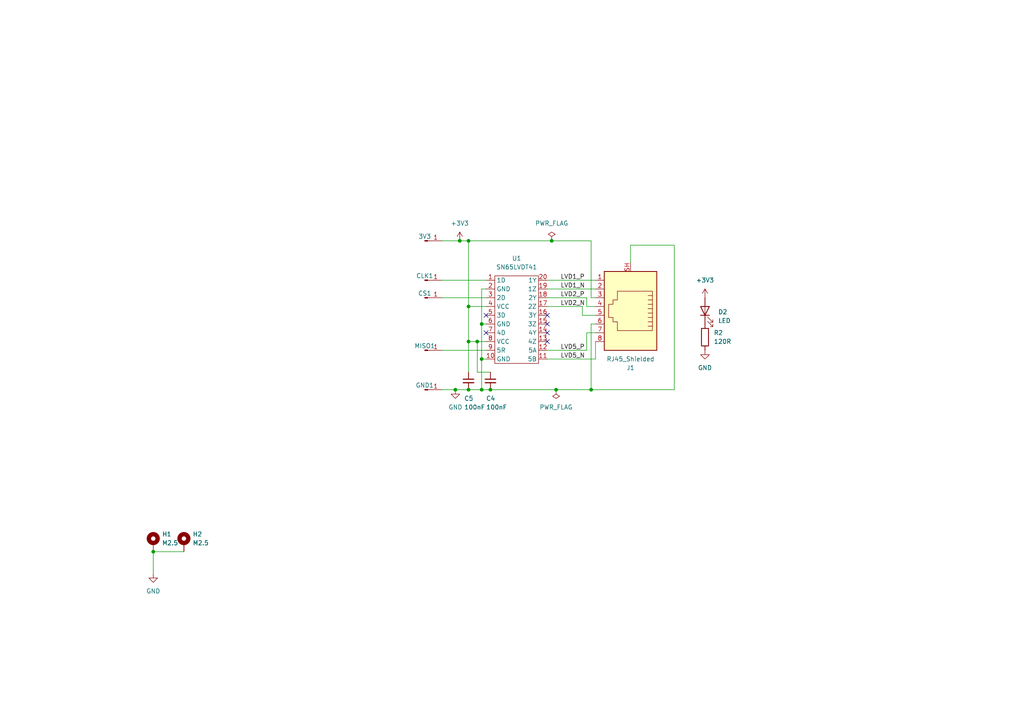
<source format=kicad_sch>
(kicad_sch (version 20230121) (generator eeschema)
  (paper "A4")
  (lib_symbols
    (symbol "Connector:Conn_01x01_Pin" (pin_names (offset 1.016) hide)
      (property "Reference" "J" (at 0 2.54 0))
      (property "Value" "Conn_01x01_Pin" (at 0 -2.54 0))
      (symbol "Conn_01x01_Pin_1_1"
        (polyline (pts (xy 1.27 0) (xy 0.8636 0)) (stroke (width 0.1524)))
        (rectangle (start 0.8636 0.127) (end 0 -0.127) (stroke (width 0.1524)) (fill (type outline)))
        (pin passive line (at 5.08 0 180) (length 3.81) (name "Pin_1") (number "1"))
      )
    )
    (symbol "Connector:RJ45_Shielded" (pin_names (offset 1.016))
      (property "Reference" "J" (at -5.08 13.97 0))
      (property "Value" "RJ45_Shielded" (at 2.54 13.97 0))
      (symbol "RJ45_Shielded_0_1"
        (polyline (pts (xy -5.08 4.445) (xy -6.35 4.445)))
        (polyline (pts (xy -5.08 5.715) (xy -6.35 5.715)))
        (polyline (pts (xy -6.35 -3.175) (xy -5.08 -3.175) (xy -5.08 -3.175)))
        (polyline (pts (xy -6.35 -1.905) (xy -5.08 -1.905) (xy -5.08 -1.905)))
        (polyline (pts (xy -6.35 -0.635) (xy -5.08 -0.635) (xy -5.08 -0.635)))
        (polyline (pts (xy -6.35 0.635) (xy -5.08 0.635) (xy -5.08 0.635)))
        (polyline (pts (xy -6.35 1.905) (xy -5.08 1.905) (xy -5.08 1.905)))
        (polyline (pts (xy -5.08 3.175) (xy -6.35 3.175) (xy -6.35 3.175)))
        (polyline (pts (xy -6.35 -4.445) (xy -6.35 6.985) (xy 3.81 6.985) (xy 3.81 4.445) (xy 5.08 4.445) (xy 5.08 3.175) (xy 6.35 3.175) (xy 6.35 -0.635) (xy 5.08 -0.635) (xy 5.08 -1.905) (xy 3.81 -1.905) (xy 3.81 -4.445) (xy -6.35 -4.445) (xy -6.35 -4.445)))
        (rectangle (start 7.62 12.7) (end -7.62 -10.16) (stroke (width 0.254)) (fill (type background)))
      )
      (symbol "RJ45_Shielded_1_1"
        (pin passive line (at 10.16 -7.62 180) (length 2.54) (name "~") (number "1"))
        (pin passive line (at 10.16 -5.08 180) (length 2.54) (name "~") (number "2"))
        (pin passive line (at 10.16 -2.54 180) (length 2.54) (name "~") (number "3"))
        (pin passive line (at 10.16 0 180) (length 2.54) (name "~") (number "4"))
        (pin passive line (at 10.16 2.54 180) (length 2.54) (name "~") (number "5"))
        (pin passive line (at 10.16 5.08 180) (length 2.54) (name "~") (number "6"))
        (pin passive line (at 10.16 7.62 180) (length 2.54) (name "~") (number "7"))
        (pin passive line (at 10.16 10.16 180) (length 2.54) (name "~") (number "8"))
        (pin passive line (at 0 -12.7 90) (length 2.54) (name "~") (number "SH"))
      )
    )
    (symbol "Device:C_Small" (pin_numbers hide) (pin_names (offset 0.254) hide)
      (property "Reference" "C" (at 0.254 1.778 0))
      (property "Value" "C_Small" (at 0.254 -2.032 0))
      (symbol "C_Small_0_1"
        (polyline (pts (xy -1.524 -0.508) (xy 1.524 -0.508)) (stroke (width 0.3302)))
        (polyline (pts (xy -1.524 0.508) (xy 1.524 0.508)) (stroke (width 0.3048)))
      )
      (symbol "C_Small_1_1"
        (pin passive line (at 0 2.54 270) (length 2.032) (name "~") (number "1"))
        (pin passive line (at 0 -2.54 90) (length 2.032) (name "~") (number "2"))
      )
    )
    (symbol "Device:LED" (pin_numbers hide) (pin_names (offset 1.016) hide)
      (property "Reference" "D" (at 0 2.54 0))
      (property "Value" "LED" (at 0 -2.54 0))
      (symbol "LED_0_1"
        (polyline (pts (xy -1.27 -1.27) (xy -1.27 1.27)) (stroke (width 0.254)))
        (polyline (pts (xy -1.27 0) (xy 1.27 0)))
        (polyline (pts (xy 1.27 -1.27) (xy 1.27 1.27) (xy -1.27 0) (xy 1.27 -1.27)) (stroke (width 0.254)))
        (polyline (pts (xy -3.048 -0.762) (xy -4.572 -2.286) (xy -3.81 -2.286) (xy -4.572 -2.286) (xy -4.572 -1.524)))
        (polyline (pts (xy -1.778 -0.762) (xy -3.302 -2.286) (xy -2.54 -2.286) (xy -3.302 -2.286) (xy -3.302 -1.524)))
      )
      (symbol "LED_1_1"
        (pin passive line (at -3.81 0 0) (length 2.54) (name "K") (number "1"))
        (pin passive line (at 3.81 0 180) (length 2.54) (name "A") (number "2"))
      )
    )
    (symbol "Device:R" (pin_numbers hide) (pin_names (offset 0))
      (property "Reference" "R" (at 2.032 0 90))
      (property "Value" "R" (at 0 0 90))
      (symbol "R_0_1"
        (rectangle (start -1.016 -2.54) (end 1.016 2.54) (stroke (width 0.254)))
      )
      (symbol "R_1_1"
        (pin passive line (at 0 3.81 270) (length 1.27) (name "~") (number "1"))
        (pin passive line (at 0 -3.81 90) (length 1.27) (name "~") (number "2"))
      )
    )
    (symbol "Mechanical:MountingHole_Pad" (pin_numbers hide) (pin_names (offset 1.016) hide)
      (property "Reference" "H" (at 0 6.35 0))
      (property "Value" "MountingHole_Pad" (at 0 4.445 0))
      (symbol "MountingHole_Pad_0_1"
        (circle (center 0 1.27) (radius 1.27) (stroke (width 1.27)))
      )
      (symbol "MountingHole_Pad_1_1"
        (pin input line (at 0 -2.54 90) (length 2.54) (name "1") (number "1"))
      )
    )
    (symbol "power:+3V3" (power) (pin_names (offset 0))
      (property "Value" "+3V3" (at 0 3.556 0))
      (symbol "+3V3_0_1"
        (polyline (pts (xy -0.762 1.27) (xy 0 2.54)))
        (polyline (pts (xy 0 0) (xy 0 2.54)))
        (polyline (pts (xy 0 2.54) (xy 0.762 1.27)))
      )
      (symbol "+3V3_1_1"
        (pin power_in line (at 0 0 90) (length 0) hide (name "+3V3") (number "1"))
      )
    )
    (symbol "power:GND" (power) (pin_names (offset 0))
      (property "Value" "GND" (at 0 -3.81 0))
      (symbol "GND_0_1"
        (polyline (pts (xy 0 0) (xy 0 -1.27) (xy 1.27 -1.27) (xy 0 -2.54) (xy -1.27 -1.27) (xy 0 -1.27)))
      )
      (symbol "GND_1_1"
        (pin power_in line (at 0 0 270) (length 0) hide (name "GND") (number "1"))
      )
    )
    (symbol "power:PWR_FLAG" (power) (pin_numbers hide) (pin_names (offset 0) hide)
      (property "Value" "PWR_FLAG" (at 0 3.81 0))
      (symbol "PWR_FLAG_0_0"
        (pin power_out line (at 0 0 90) (length 0) (name "pwr") (number "1"))
      )
      (symbol "PWR_FLAG_0_1"
        (polyline (pts (xy 0 0) (xy 0 1.27) (xy -1.016 1.905) (xy 0 2.54) (xy 1.016 1.905) (xy 0 1.27)))
      )
    )
    (symbol "sn65lvdtxy:SN65LVDT41"
      (property "Reference" "U" (at 0 -15.24 0))
      (property "Value" "SN65LVDT41" (at 0 12.7 0))
      (symbol "SN65LVDT41_0_1"
        (rectangle (start -6.35 11.43) (end 6.35 -13.97))
      )
      (symbol "SN65LVDT41_1_1"
        (pin input line (at -8.89 10.16 0) (length 2.54) (name "1D") (number "1"))
        (pin passive line (at -8.89 -12.7 0) (length 2.54) (name "GND") (number "10"))
        (pin input line (at 8.89 -12.7 180) (length 2.54) (name "5B") (number "11"))
        (pin input line (at 8.89 -10.16 180) (length 2.54) (name "5A") (number "12"))
        (pin output line (at 8.89 -7.62 180) (length 2.54) (name "4Z") (number "13"))
        (pin output line (at 8.89 -5.08 180) (length 2.54) (name "4Y") (number "14"))
        (pin output line (at 8.89 -2.54 180) (length 2.54) (name "3Z") (number "15"))
        (pin output line (at 8.89 0 180) (length 2.54) (name "3Y") (number "16"))
        (pin output line (at 8.89 2.54 180) (length 2.54) (name "2Z") (number "17"))
        (pin output line (at 8.89 5.08 180) (length 2.54) (name "2Y") (number "18"))
        (pin output line (at 8.89 7.62 180) (length 2.54) (name "1Z") (number "19"))
        (pin passive line (at -8.89 7.62 0) (length 2.54) (name "GND") (number "2"))
        (pin output line (at 8.89 10.16 180) (length 2.54) (name "1Y") (number "20"))
        (pin input line (at -8.89 5.08 0) (length 2.54) (name "2D") (number "3"))
        (pin passive line (at -8.89 2.54 0) (length 2.54) (name "VCC") (number "4"))
        (pin input line (at -8.89 0 0) (length 2.54) (name "3D") (number "5"))
        (pin passive line (at -8.89 -2.54 0) (length 2.54) (name "GND") (number "6"))
        (pin input line (at -8.89 -5.08 0) (length 2.54) (name "4D") (number "7"))
        (pin passive line (at -8.89 -7.62 0) (length 2.54) (name "VCC") (number "8"))
        (pin output line (at -8.89 -10.16 0) (length 2.54) (name "5R") (number "9"))
      )
    )
  )
  (junction (at 139.7 113.03))
  (junction (at 138.43 99.06))
  (junction (at 135.89 113.03))
  (junction (at 161.29 113.03))
  (junction (at 44.45 160.02))
  (junction (at 132.08 113.03))
  (junction (at 133.35 69.85))
  (junction (at 135.89 99.06))
  (junction (at 135.89 88.9))
  (junction (at 160.02 69.85))
  (junction (at 139.7 93.98))
  (junction (at 171.45 113.03))
  (junction (at 135.89 69.85))
  (junction (at 142.24 113.03))
  (junction (at 139.7 104.14))
  (no_connect (at 140.97 91.44))
  (no_connect (at 158.75 96.52))
  (no_connect (at 140.97 96.52))
  (no_connect (at 158.75 91.44))
  (no_connect (at 158.75 99.06))
  (no_connect (at 158.75 93.98))
  (wire (pts (xy 139.7 83.82) (xy 139.7 93.98)))
  (wire (pts (xy 158.75 81.28) (xy 172.72 81.28)))
  (wire (pts (xy 158.75 86.36) (xy 170.18 86.36)))
  (wire (pts (xy 170.18 88.9) (xy 172.72 88.9)))
  (wire (pts (xy 135.89 69.85) (xy 135.89 88.9)))
  (wire (pts (xy 135.89 113.03) (xy 139.7 113.03)))
  (wire (pts (xy 142.24 113.03) (xy 161.29 113.03)))
  (wire (pts (xy 135.89 107.95) (xy 135.89 99.06)))
  (wire (pts (xy 182.88 71.12) (xy 195.58 71.12)))
  (wire (pts (xy 128.27 81.28) (xy 140.97 81.28)))
  (wire (pts (xy 128.27 113.03) (xy 132.08 113.03)))
  (wire (pts (xy 172.72 93.98) (xy 171.45 93.98)))
  (wire (pts (xy 168.91 91.44) (xy 172.72 91.44)))
  (wire (pts (xy 160.02 69.85) (xy 171.45 69.85)))
  (wire (pts (xy 195.58 71.12) (xy 195.58 113.03)))
  (wire (pts (xy 170.18 86.36) (xy 170.18 88.9)))
  (wire (pts (xy 161.29 113.03) (xy 171.45 113.03)))
  (wire (pts (xy 172.72 99.06) (xy 172.72 104.14)))
  (wire (pts (xy 44.45 160.02) (xy 44.45 166.37)))
  (wire (pts (xy 171.45 86.36) (xy 171.45 69.85)))
  (wire (pts (xy 170.18 101.6) (xy 170.18 96.52)))
  (wire (pts (xy 172.72 86.36) (xy 171.45 86.36)))
  (wire (pts (xy 182.88 76.2) (xy 182.88 71.12)))
  (wire (pts (xy 132.08 113.03) (xy 135.89 113.03)))
  (wire (pts (xy 128.27 69.85) (xy 133.35 69.85)))
  (wire (pts (xy 135.89 99.06) (xy 138.43 99.06)))
  (wire (pts (xy 135.89 99.06) (xy 135.89 88.9)))
  (wire (pts (xy 168.91 88.9) (xy 168.91 91.44)))
  (wire (pts (xy 135.89 69.85) (xy 160.02 69.85)))
  (wire (pts (xy 170.18 96.52) (xy 172.72 96.52)))
  (wire (pts (xy 139.7 113.03) (xy 142.24 113.03)))
  (wire (pts (xy 139.7 104.14) (xy 139.7 113.03)))
  (wire (pts (xy 139.7 93.98) (xy 140.97 93.98)))
  (wire (pts (xy 139.7 104.14) (xy 140.97 104.14)))
  (wire (pts (xy 138.43 99.06) (xy 138.43 107.95)))
  (wire (pts (xy 158.75 104.14) (xy 172.72 104.14)))
  (wire (pts (xy 158.75 88.9) (xy 168.91 88.9)))
  (wire (pts (xy 171.45 113.03) (xy 195.58 113.03)))
  (wire (pts (xy 133.35 69.85) (xy 135.89 69.85)))
  (wire (pts (xy 138.43 107.95) (xy 142.24 107.95)))
  (wire (pts (xy 128.27 86.36) (xy 140.97 86.36)))
  (wire (pts (xy 140.97 83.82) (xy 139.7 83.82)))
  (wire (pts (xy 158.75 83.82) (xy 172.72 83.82)))
  (wire (pts (xy 171.45 93.98) (xy 171.45 113.03)))
  (wire (pts (xy 139.7 93.98) (xy 139.7 104.14)))
  (wire (pts (xy 53.34 160.02) (xy 44.45 160.02)))
  (wire (pts (xy 140.97 99.06) (xy 138.43 99.06)))
  (wire (pts (xy 135.89 88.9) (xy 140.97 88.9)))
  (wire (pts (xy 158.75 101.6) (xy 170.18 101.6)))
  (wire (pts (xy 140.97 101.6) (xy 128.27 101.6)))
  (label "LVD5_N" (at 162.56 104.14 0))
  (label "LVD2_P" (at 162.56 86.36 0))
  (label "LVD1_P" (at 162.56 81.28 0))
  (label "LVD1_N" (at 162.56 83.82 0))
  (label "LVD2_N" (at 162.56 88.9 0))
  (label "LVD5_P" (at 162.56 101.6 0))
  (symbol (lib_id "sn65lvdtxy:SN65LVDT41") (at 149.86 91.44 0) (unit 1)
    (property "Reference" "U1" (at 149.86 74.93 0))
    (property "Value" "SN65LVDT41" (at 149.86 77.47 0))
    (property "Footprint" "Package_SO:TSSOP-20_4.4x6.5mm_P0.65mm" (effects hide))
    (property "Datasheet" "https://www.ti.com/lit/ds/symlink/sn65lvdt41.pdf" (effects hide))
  )
  (symbol (lib_id "power:GND") (at 44.45 166.37 0) (unit 1)
    (property "Reference" "#PWR02" (effects hide))
    (property "Value" "GND" (at 44.45 171.45 0))
  )
  (symbol (lib_id "Connector:Conn_01x01_Pin") (at 123.19 81.28 0) (unit 1)
    (property "Reference" "CLK1" (at 123.19 80.01 0))
    (property "Value" "CLK" (effects hide))
    (property "Footprint" "TestPoint:TestPoint_Pad_1.5x1.5mm" (effects hide))
  )
  (symbol (lib_id "Connector:Conn_01x01_Pin") (at 123.19 86.36 0) (unit 1)
    (property "Reference" "CS1" (at 123.19 85.09 0))
    (property "Value" "CS" (effects hide))
    (property "Footprint" "TestPoint:TestPoint_Pad_1.5x1.5mm" (effects hide))
  )
  (symbol (lib_id "Connector:Conn_01x01_Pin") (at 123.19 69.85 0) (unit 1)
    (property "Reference" "3V3" (at 123.19 68.58 0))
    (property "Value" "3V3" (effects hide))
    (property "Footprint" "TestPoint:TestPoint_Pad_1.5x1.5mm" (effects hide))
  )
  (symbol (lib_id "Device:C_Small") (at 142.24 110.49 0) (unit 1)
    (property "Reference" "C4" (at 140.97 115.57 0) (effects (justify left)))
    (property "Value" "100nF" (at 140.97 118.11 0) (effects (justify left)))
    (property "Footprint" "Capacitor_SMD:C_0603_1608Metric" (effects hide))
  )
  (symbol (lib_id "Connector:Conn_01x01_Pin") (at 123.19 101.6 0) (unit 1)
    (property "Reference" "MISO1" (at 123.19 100.33 0))
    (property "Value" "MISO" (effects hide))
    (property "Footprint" "TestPoint:TestPoint_Pad_1.5x1.5mm" (effects hide))
  )
  (symbol (lib_id "power:+3V3") (at 204.47 86.36 0) (unit 1)
    (property "Reference" "#PWR06" (effects hide))
    (property "Value" "+3V3" (at 204.47 81.28 0))
  )
  (symbol (lib_id "Device:C_Small") (at 135.89 110.49 0) (unit 1)
    (property "Reference" "C5" (at 134.62 115.57 0) (effects (justify left)))
    (property "Value" "100nF" (at 134.62 118.11 0) (effects (justify left)))
    (property "Footprint" "Capacitor_SMD:C_0603_1608Metric" (effects hide))
  )
  (symbol (lib_id "power:PWR_FLAG") (at 161.29 113.03 180) (unit 1)
    (property "Reference" "#FLG04" (effects hide))
    (property "Value" "PWR_FLAG" (at 161.29 118.11 0))
  )
  (symbol (lib_id "Device:R") (at 204.47 97.79 0) (unit 1)
    (property "Reference" "R2" (at 207.01 96.52 0) (effects (justify left)))
    (property "Value" "120R" (at 207.01 99.06 0) (effects (justify left)))
    (property "Footprint" "Resistor_SMD:R_0603_1608Metric" (effects hide))
  )
  (symbol (lib_id "Mechanical:MountingHole_Pad") (at 44.45 157.48 0) (unit 1)
    (property "Reference" "H1" (at 46.99 154.94 0) (effects (justify left)))
    (property "Value" "M2.5" (at 46.99 157.48 0) (effects (justify left)))
    (property "Footprint" "MountingHole:MountingHole_2.7mm_M2.5_Pad_Via" (effects hide))
  )
  (symbol (lib_id "Mechanical:MountingHole_Pad") (at 53.34 157.48 0) (unit 1)
    (property "Reference" "H2" (at 55.88 154.94 0) (effects (justify left)))
    (property "Value" "M2.5" (at 55.88 157.48 0) (effects (justify left)))
    (property "Footprint" "MountingHole:MountingHole_2.7mm_M2.5_Pad_Via" (effects hide))
  )
  (symbol (lib_id "Device:LED") (at 204.47 90.17 90) (unit 1)
    (property "Reference" "D2" (at 208.28 90.4875 90) (effects (justify right)))
    (property "Value" "LED" (at 208.28 93.0275 90) (effects (justify right)))
    (property "Footprint" "LED_SMD:LED_0603_1608Metric" (effects hide))
  )
  (symbol (lib_id "Connector:RJ45_Shielded") (at 182.88 88.9 180) (unit 1)
    (property "Reference" "J1" (at 182.88 106.68 0))
    (property "Value" "RJ45_Shielded" (at 182.88 104.14 0))
    (property "Footprint" "WeidmullerRJ45:Weidmuller 1433890000" (effects hide))
  )
  (symbol (lib_id "power:PWR_FLAG") (at 160.02 69.85 0) (unit 1)
    (property "Reference" "#FLG03" (effects hide))
    (property "Value" "PWR_FLAG" (at 160.02 64.77 0))
  )
  (symbol (lib_id "power:+3V3") (at 133.35 69.85 0) (unit 1)
    (property "Reference" "#PWR04" (effects hide))
    (property "Value" "+3V3" (at 133.35 64.77 0))
  )
  (symbol (lib_id "power:GND") (at 132.08 113.03 0) (unit 1)
    (property "Reference" "#PWR05" (effects hide))
    (property "Value" "GND" (at 132.08 118.11 0))
  )
  (symbol (lib_id "power:GND") (at 204.47 101.6 0) (unit 1)
    (property "Reference" "#PWR07" (effects hide))
    (property "Value" "GND" (at 204.47 106.68 0))
  )
  (symbol (lib_id "Connector:Conn_01x01_Pin") (at 123.19 113.03 0) (unit 1)
    (property "Reference" "GND1" (at 123.19 111.76 0))
    (property "Value" "GND" (effects hide))
    (property "Footprint" "TestPoint:TestPoint_Pad_1.5x1.5mm" (effects hide))
  )
)
</source>
